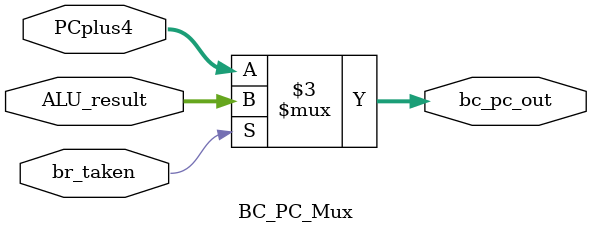
<source format=sv>
module BC_PC_Mux (ALU_result, PCplus4, br_taken, bc_pc_out);
input logic [31:0] ALU_result;
input logic [31:0] PCplus4;
input logic br_taken;
output logic [31:0] bc_pc_out;
always_comb
begin
        if ( br_taken ) begin
        bc_pc_out = ALU_result;
        end
        else begin
        bc_pc_out = PCplus4;
        end
end
endmodule
</source>
